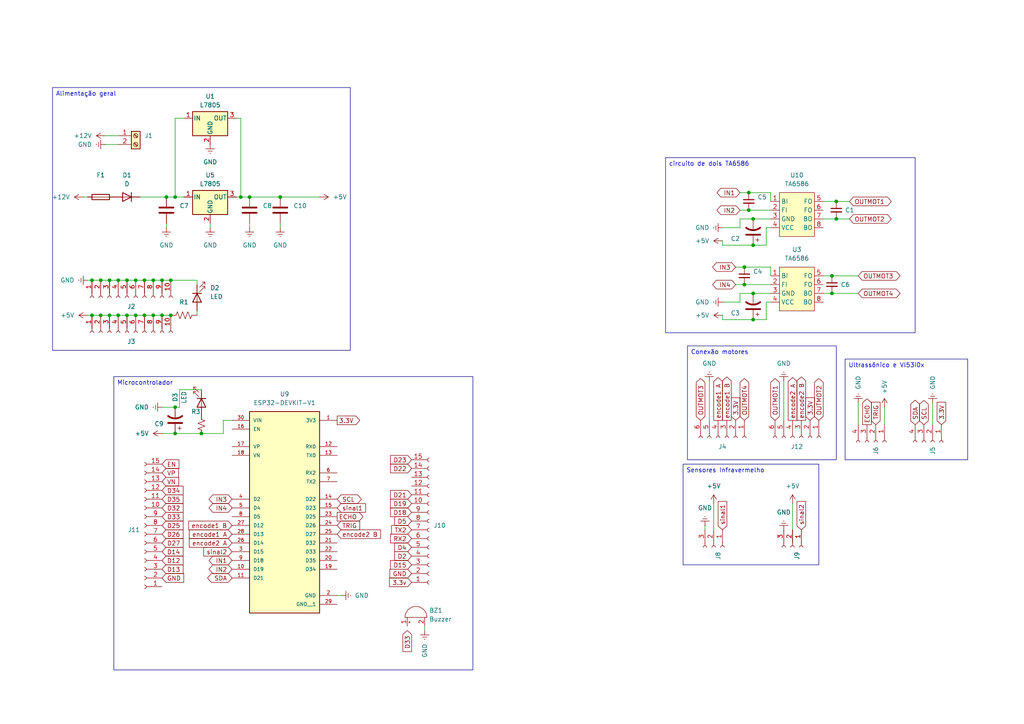
<source format=kicad_sch>
(kicad_sch (version 20231120) (generator "eeschema") (generator_version "8.0")
  (paper "A4")
  (lib_symbols
    (symbol "Connector:Conn_01x03_Socket" (pin_names (offset 1.016) hide)
      (property "Reference" "J" (at 0 5.08 0))
      (property "Value" "Conn_01x03_Socket" (at 0 -5.08 0))
      (symbol "Conn_01x03_Socket_1_1"
        (pin passive line (at -5.08 2.54 0) (length 3.81) (name "Pin_1") (number "1"))
        (pin passive line (at -5.08 0 0) (length 3.81) (name "Pin_2") (number "2"))
        (pin passive line (at -5.08 -2.54 0) (length 3.81) (name "Pin_3") (number "3"))
      )
    )
    (symbol "Connector:Conn_01x04_Socket" (pin_names (offset 1.016) hide)
      (property "Reference" "J" (at 0 5.08 0))
      (property "Value" "Conn_01x04_Socket" (at 0 -7.62 0))
      (symbol "Conn_01x04_Socket_1_1"
        (pin passive line (at -5.08 2.54 0) (length 3.81) (name "Pin_1") (number "1"))
        (pin passive line (at -5.08 0 0) (length 3.81) (name "Pin_2") (number "2"))
        (pin passive line (at -5.08 -2.54 0) (length 3.81) (name "Pin_3") (number "3"))
        (pin passive line (at -5.08 -5.08 0) (length 3.81) (name "Pin_4") (number "4"))
      )
    )
    (symbol "Connector:Conn_01x06_Socket" (pin_names (offset 1.016) hide)
      (property "Reference" "J" (at 0 7.62 0))
      (property "Value" "Conn_01x06_Socket" (at 0 -10.16 0))
      (symbol "Conn_01x06_Socket_1_1"
        (pin passive line (at -5.08 5.08 0) (length 3.81) (name "Pin_1") (number "1"))
        (pin passive line (at -5.08 2.54 0) (length 3.81) (name "Pin_2") (number "2"))
        (pin passive line (at -5.08 0 0) (length 3.81) (name "Pin_3") (number "3"))
        (pin passive line (at -5.08 -2.54 0) (length 3.81) (name "Pin_4") (number "4"))
        (pin passive line (at -5.08 -5.08 0) (length 3.81) (name "Pin_5") (number "5"))
        (pin passive line (at -5.08 -7.62 0) (length 3.81) (name "Pin_6") (number "6"))
      )
    )
    (symbol "Connector:Conn_01x10_Socket" (pin_names (offset 1.016) hide)
      (property "Reference" "J" (at 0 12.7 0))
      (property "Value" "Conn_01x10_Socket" (at 0 -15.24 0))
      (symbol "Conn_01x10_Socket_1_1"
        (pin passive line (at -5.08 10.16 0) (length 3.81) (name "Pin_1") (number "1"))
        (pin passive line (at -5.08 -12.7 0) (length 3.81) (name "Pin_10") (number "10"))
        (pin passive line (at -5.08 7.62 0) (length 3.81) (name "Pin_2") (number "2"))
        (pin passive line (at -5.08 5.08 0) (length 3.81) (name "Pin_3") (number "3"))
        (pin passive line (at -5.08 2.54 0) (length 3.81) (name "Pin_4") (number "4"))
        (pin passive line (at -5.08 0 0) (length 3.81) (name "Pin_5") (number "5"))
        (pin passive line (at -5.08 -2.54 0) (length 3.81) (name "Pin_6") (number "6"))
        (pin passive line (at -5.08 -5.08 0) (length 3.81) (name "Pin_7") (number "7"))
        (pin passive line (at -5.08 -7.62 0) (length 3.81) (name "Pin_8") (number "8"))
        (pin passive line (at -5.08 -10.16 0) (length 3.81) (name "Pin_9") (number "9"))
      )
    )
    (symbol "Connector:Conn_01x15_Socket" (pin_names (offset 1.016) hide)
      (property "Reference" "J" (at 0 20.32 0))
      (property "Value" "Conn_01x15_Socket" (at 0 -20.32 0))
      (symbol "Conn_01x15_Socket_1_1"
        (pin passive line (at -5.08 17.78 0) (length 3.81) (name "Pin_1") (number "1"))
        (pin passive line (at -5.08 -5.08 0) (length 3.81) (name "Pin_10") (number "10"))
        (pin passive line (at -5.08 -7.62 0) (length 3.81) (name "Pin_11") (number "11"))
        (pin passive line (at -5.08 -10.16 0) (length 3.81) (name "Pin_12") (number "12"))
        (pin passive line (at -5.08 -12.7 0) (length 3.81) (name "Pin_13") (number "13"))
        (pin passive line (at -5.08 -15.24 0) (length 3.81) (name "Pin_14") (number "14"))
        (pin passive line (at -5.08 -17.78 0) (length 3.81) (name "Pin_15") (number "15"))
        (pin passive line (at -5.08 15.24 0) (length 3.81) (name "Pin_2") (number "2"))
        (pin passive line (at -5.08 12.7 0) (length 3.81) (name "Pin_3") (number "3"))
        (pin passive line (at -5.08 10.16 0) (length 3.81) (name "Pin_4") (number "4"))
        (pin passive line (at -5.08 7.62 0) (length 3.81) (name "Pin_5") (number "5"))
        (pin passive line (at -5.08 5.08 0) (length 3.81) (name "Pin_6") (number "6"))
        (pin passive line (at -5.08 2.54 0) (length 3.81) (name "Pin_7") (number "7"))
        (pin passive line (at -5.08 0 0) (length 3.81) (name "Pin_8") (number "8"))
        (pin passive line (at -5.08 -2.54 0) (length 3.81) (name "Pin_9") (number "9"))
      )
    )
    (symbol "Connector:Screw_Terminal_01x02" (pin_names (offset 1.016) hide)
      (property "Reference" "J" (at 0 2.54 0))
      (property "Value" "Screw_Terminal_01x02" (at 0 -5.08 0))
      (symbol "Screw_Terminal_01x02_1_1"
        (pin passive line (at -5.08 0 0) (length 3.81) (name "Pin_1") (number "1"))
        (pin passive line (at -5.08 -2.54 0) (length 3.81) (name "Pin_2") (number "2"))
      )
    )
    (symbol "CreatedSymbols:TA6586_Motor_Driver"
      (property "Reference" "U" (at 0 0 0))
      (property "Value" "TA6586" (at 0 0 0))
      (symbol "TA6586_Motor_Driver_1_1"
        (pin input line (at -8.89 -5.08 0) (length 2.54) (name "BI") (number "1"))
        (pin input line (at -8.89 -7.62 0) (length 2.54) (name "FI") (number "2"))
        (pin power_in line (at -8.89 -10.16 0) (length 2.54) (name "GND") (number "3"))
        (pin power_in line (at -8.89 -12.7 0) (length 2.54) (name "VCC") (number "4"))
        (pin output line (at 6.35 -5.08 180) (length 2.54) (name "FO") (number "5"))
        (pin output line (at 6.35 -7.62 180) (length 2.54) (name "FO") (number "6"))
        (pin output line (at 6.35 -10.16 180) (length 2.54) (name "BO") (number "7"))
        (pin output line (at 6.35 -12.7 180) (length 2.54) (name "BO") (number "8"))
      )
    )
    (symbol "Device:Buzzer" (pin_names (offset 0.0254) hide)
      (property "Reference" "BZ" (at 3.81 1.27 0))
      (property "Value" "Buzzer" (at 3.81 -1.27 0))
      (symbol "Buzzer_1_1"
        (pin passive line (at -2.54 2.54 0) (length 2.54) (name "+") (number "1"))
        (pin passive line (at -2.54 -2.54 0) (length 2.54) (name "-") (number "2"))
      )
    )
    (symbol "Device:C" (pin_numbers hide) (pin_names (offset 0.254))
      (property "Reference" "C" (at 0.635 2.54 0))
      (property "Value" "C" (at 0.635 -2.54 0))
      (symbol "C_1_1"
        (pin passive line (at 0 3.81 270) (length 2.794) (name "~") (number "1"))
        (pin passive line (at 0 -3.81 90) (length 2.794) (name "~") (number "2"))
      )
    )
    (symbol "Device:C_Polarized_US" (pin_numbers hide) (pin_names (offset 0.254) hide)
      (property "Reference" "C" (at 0.635 2.54 0))
      (property "Value" "C_Polarized_US" (at 0.635 -2.54 0))
      (symbol "C_Polarized_US_1_1"
        (pin passive line (at 0 3.81 270) (length 2.794) (name "~") (number "1"))
        (pin passive line (at 0 -3.81 90) (length 3.302) (name "~") (number "2"))
      )
    )
    (symbol "Device:C_Small" (pin_numbers hide) (pin_names (offset 0.254) hide)
      (property "Reference" "C" (at 0.254 1.778 0))
      (property "Value" "C_Small" (at 0.254 -2.032 0))
      (symbol "C_Small_1_1"
        (pin passive line (at 0 2.54 270) (length 2.032) (name "~") (number "1"))
        (pin passive line (at 0 -2.54 90) (length 2.032) (name "~") (number "2"))
      )
    )
    (symbol "Device:D" (pin_numbers hide) (pin_names (offset 1.016) hide)
      (property "Reference" "D" (at 0 2.54 0))
      (property "Value" "D" (at 0 -2.54 0))
      (symbol "D_1_1"
        (pin passive line (at -3.81 0 0) (length 2.54) (name "K") (number "1"))
        (pin passive line (at 3.81 0 180) (length 2.54) (name "A") (number "2"))
      )
    )
    (symbol "Device:Fuse" (pin_numbers hide) (pin_names (offset 0))
      (property "Reference" "F" (at 2.032 0 90))
      (property "Value" "Fuse" (at -1.905 0 90))
      (symbol "Fuse_1_1"
        (pin passive line (at 0 3.81 270) (length 1.27) (name "~") (number "1"))
        (pin passive line (at 0 -3.81 90) (length 1.27) (name "~") (number "2"))
      )
    )
    (symbol "Device:LED" (pin_numbers hide) (pin_names (offset 1.016) hide)
      (property "Reference" "D" (at 0 2.54 0))
      (property "Value" "LED" (at 0 -2.54 0))
      (symbol "LED_1_1"
        (pin passive line (at -3.81 0 0) (length 2.54) (name "K") (number "1"))
        (pin passive line (at 3.81 0 180) (length 2.54) (name "A") (number "2"))
      )
    )
    (symbol "Device:R_Small_US" (pin_numbers hide) (pin_names (offset 0.254) hide)
      (property "Reference" "R" (at 0.762 0.508 0))
      (property "Value" "R_Small_US" (at 0.762 -1.016 0))
      (symbol "R_Small_US_1_1"
        (pin passive line (at 0 2.54 270) (length 1.016) (name "~") (number "1"))
        (pin passive line (at 0 -2.54 90) (length 1.016) (name "~") (number "2"))
      )
    )
    (symbol "Device:R_US" (pin_numbers hide) (pin_names (offset 0))
      (property "Reference" "R" (at 2.54 0 90))
      (property "Value" "R_US" (at -2.54 0 90))
      (symbol "R_US_1_1"
        (pin passive line (at 0 3.81 270) (length 1.27) (name "~") (number "1"))
        (pin passive line (at 0 -3.81 90) (length 1.27) (name "~") (number "2"))
      )
    )
    (symbol "ESP32-DEVKIT-V1:ESP32-DEVKIT-V1" (pin_names (offset 1.016))
      (property "Reference" "U" (at -10.16 30.48 0))
      (property "Value" "ESP32-DEVKIT-V1" (at -10.16 -33.02 0))
      (symbol "ESP32-DEVKIT-V1_0_0"
        (pin output line (at 15.24 25.4 180) (length 5.08) (name "3V3") (number "1"))
        (pin bidirectional line (at -15.24 -17.78 0) (length 5.08) (name "D19") (number "10"))
        (pin bidirectional line (at -15.24 -20.32 0) (length 5.08) (name "D21") (number "11"))
        (pin input line (at 15.24 17.78 180) (length 5.08) (name "RX0") (number "12"))
        (pin output line (at 15.24 15.24 180) (length 5.08) (name "TX0") (number "13"))
        (pin bidirectional line (at 15.24 2.54 180) (length 5.08) (name "D22") (number "14"))
        (pin bidirectional line (at 15.24 0 180) (length 5.08) (name "D23") (number "15"))
        (pin input line (at -15.24 22.86 0) (length 5.08) (name "EN") (number "16"))
        (pin bidirectional line (at -15.24 17.78 0) (length 5.08) (name "VP") (number "17"))
        (pin bidirectional line (at -15.24 15.24 0) (length 5.08) (name "VN") (number "18"))
        (pin bidirectional line (at 15.24 -17.78 180) (length 5.08) (name "D34") (number "19"))
        (pin power_in line (at 15.24 -25.4 180) (length 5.08) (name "GND") (number "2"))
        (pin bidirectional line (at 15.24 -15.24 180) (length 5.08) (name "D35") (number "20"))
        (pin bidirectional line (at 15.24 -10.16 180) (length 5.08) (name "D32") (number "21"))
        (pin bidirectional line (at 15.24 -12.7 180) (length 5.08) (name "D33") (number "22"))
        (pin bidirectional line (at 15.24 -2.54 180) (length 5.08) (name "D25") (number "23"))
        (pin bidirectional line (at 15.24 -5.08 180) (length 5.08) (name "D26") (number "24"))
        (pin bidirectional line (at 15.24 -7.62 180) (length 5.08) (name "D27") (number "25"))
        (pin bidirectional line (at -15.24 -10.16 0) (length 5.08) (name "D14") (number "26"))
        (pin bidirectional line (at -15.24 -5.08 0) (length 5.08) (name "D12") (number "27"))
        (pin bidirectional line (at -15.24 -7.62 0) (length 5.08) (name "D13") (number "28"))
        (pin power_in line (at 15.24 -27.94 180) (length 5.08) (name "GND__1") (number "29"))
        (pin bidirectional line (at -15.24 -12.7 0) (length 5.08) (name "D15") (number "3"))
        (pin input line (at -15.24 25.4 0) (length 5.08) (name "VIN") (number "30"))
        (pin bidirectional line (at -15.24 2.54 0) (length 5.08) (name "D2") (number "4"))
        (pin bidirectional line (at -15.24 0 0) (length 5.08) (name "D4") (number "5"))
        (pin input line (at 15.24 10.16 180) (length 5.08) (name "RX2") (number "6"))
        (pin output line (at 15.24 7.62 180) (length 5.08) (name "TX2") (number "7"))
        (pin bidirectional line (at -15.24 -2.54 0) (length 5.08) (name "D5") (number "8"))
        (pin bidirectional line (at -15.24 -15.24 0) (length 5.08) (name "D18") (number "9"))
      )
    )
    (symbol "Regulator_Linear:L7805" (pin_names (offset 0.254))
      (property "Reference" "U" (at -3.81 3.175 0))
      (property "Value" "L7805" (at 0 3.175 0))
      (symbol "L7805_1_1"
        (pin power_in line (at -7.62 0 0) (length 2.54) (name "IN") (number "1"))
        (pin power_in line (at 0 -7.62 90) (length 2.54) (name "GND") (number "2"))
        (pin power_out line (at 7.62 0 180) (length 2.54) (name "OUT") (number "3"))
      )
    )
    (symbol "power:+12V" (power) (pin_numbers hide) (pin_names (offset 0) hide)
      (property "Value" "+12V" (at 0 3.556 0))
      (symbol "+12V_1_1"
        (pin power_in line (at 0 0 90) (length 0) (name "~") (number "1"))
      )
    )
    (symbol "power:+5V" (power) (pin_numbers hide) (pin_names (offset 0) hide)
      (property "Value" "+5V" (at 0 3.556 0))
      (symbol "+5V_1_1"
        (pin power_in line (at 0 0 90) (length 0) (name "~") (number "1"))
      )
    )
    (symbol "power:GNDREF" (power) (pin_numbers hide) (pin_names (offset 0) hide)
      (property "Value" "GNDREF" (at 0 -3.81 0))
      (symbol "GNDREF_1_1"
        (pin power_in line (at 0 0 270) (length 0) (name "~") (number "1"))
      )
    )
  )
  (junction (at 218.44 85.09))
  (junction (at 26.67 81.28))
  (junction (at 242.57 58.42))
  (junction (at 49.53 81.28))
  (junction (at 241.3 80.01))
  (junction (at 36.83 81.28))
  (junction (at 34.29 91.44))
  (junction (at 41.91 81.28))
  (junction (at 72.39 57.15))
  (junction (at 48.26 57.15))
  (junction (at 31.75 91.44))
  (junction (at 26.67 91.44))
  (junction (at 58.42 125.73))
  (junction (at 46.99 91.44))
  (junction (at 29.21 81.28))
  (junction (at 50.8 57.15))
  (junction (at 215.9 82.55))
  (junction (at 218.44 92.71))
  (junction (at 81.28 57.15))
  (junction (at 44.45 91.44))
  (junction (at 50.8 125.73))
  (junction (at 34.29 81.28))
  (junction (at 39.37 91.44))
  (junction (at 41.91 91.44))
  (junction (at 50.8 118.11))
  (junction (at 69.85 57.15))
  (junction (at 242.57 63.5))
  (junction (at 46.99 81.28))
  (junction (at 39.37 81.28))
  (junction (at 31.75 81.28))
  (junction (at 36.83 91.44))
  (junction (at 218.44 63.5))
  (junction (at 49.53 91.44))
  (junction (at 215.9 77.47))
  (junction (at 217.17 55.88))
  (junction (at 241.3 85.09))
  (junction (at 29.21 91.44))
  (junction (at 218.44 71.12))
  (junction (at 217.17 60.96))
  (junction (at 44.45 81.28))
  (wire (pts (xy 215.9 82.55) (xy 223.52 82.55)))
  (wire (pts (xy 241.3 80.01) (xy 248.92 80.01)))
  (wire (pts (xy 64.77 121.92) (xy 67.31 121.92)))
  (wire (pts (xy 58.42 113.03) (xy 52.07 113.03)))
  (wire (pts (xy 242.57 58.42) (xy 238.76 58.42)))
  (wire (pts (xy 46.99 81.28) (xy 44.45 81.28)))
  (wire (pts (xy 214.63 87.63) (xy 214.63 85.09)))
  (wire (pts (xy 46.99 125.73) (xy 50.8 125.73)))
  (wire (pts (xy 204.47 152.4) (xy 204.47 153.67)))
  (wire (pts (xy 40.64 57.15) (xy 48.26 57.15)))
  (wire (pts (xy 81.28 57.15) (xy 92.71 57.15)))
  (wire (pts (xy 48.26 66.04) (xy 48.26 64.77)))
  (wire (pts (xy 31.75 81.28) (xy 29.21 81.28)))
  (wire (pts (xy 229.87 146.05) (xy 229.87 153.67)))
  (wire (pts (xy 69.85 57.15) (xy 72.39 57.15)))
  (wire (pts (xy 25.4 91.44) (xy 26.67 91.44)))
  (wire (pts (xy 242.57 58.42) (xy 246.38 58.42)))
  (wire (pts (xy 248.92 116.84) (xy 248.92 123.19)))
  (wire (pts (xy 222.25 87.63) (xy 223.52 87.63)))
  (wire (pts (xy 29.21 81.28) (xy 26.67 81.28)))
  (wire (pts (xy 46.99 118.11) (xy 50.8 118.11)))
  (wire (pts (xy 209.55 92.71) (xy 209.55 91.44)))
  (wire (pts (xy 213.36 82.55) (xy 215.9 82.55)))
  (wire (pts (xy 241.3 85.09) (xy 248.92 85.09)))
  (wire (pts (xy 218.44 63.5) (xy 223.52 63.5)))
  (wire (pts (xy 48.26 57.15) (xy 50.8 57.15)))
  (wire (pts (xy 41.91 91.44) (xy 44.45 91.44)))
  (wire (pts (xy 36.83 91.44) (xy 39.37 91.44)))
  (wire (pts (xy 213.36 77.47) (xy 215.9 77.47)))
  (wire (pts (xy 218.44 85.09) (xy 223.52 85.09)))
  (wire (pts (xy 238.76 85.09) (xy 241.3 85.09)))
  (wire (pts (xy 99.06 172.72) (xy 97.79 172.72)))
  (wire (pts (xy 46.99 91.44) (xy 49.53 91.44)))
  (wire (pts (xy 68.58 57.15) (xy 69.85 57.15)))
  (wire (pts (xy 214.63 60.96) (xy 217.17 60.96)))
  (wire (pts (xy 50.8 125.73) (xy 58.42 125.73)))
  (wire (pts (xy 223.52 77.47) (xy 223.52 80.01)))
  (wire (pts (xy 50.8 57.15) (xy 53.34 57.15)))
  (wire (pts (xy 57.15 91.44) (xy 57.15 90.17)))
  (wire (pts (xy 217.17 60.96) (xy 223.52 60.96)))
  (wire (pts (xy 214.63 66.04) (xy 214.63 63.5)))
  (wire (pts (xy 223.52 55.88) (xy 223.52 58.42)))
  (wire (pts (xy 26.67 91.44) (xy 29.21 91.44)))
  (wire (pts (xy 123.19 182.88) (xy 123.19 181.61)))
  (wire (pts (xy 205.74 110.49) (xy 205.74 121.92)))
  (wire (pts (xy 81.28 64.77) (xy 81.28 66.04)))
  (wire (pts (xy 214.63 85.09) (xy 218.44 85.09)))
  (wire (pts (xy 50.8 57.15) (xy 50.8 34.29)))
  (wire (pts (xy 222.25 87.63) (xy 222.25 92.71)))
  (wire (pts (xy 39.37 81.28) (xy 36.83 81.28)))
  (wire (pts (xy 52.07 118.11) (xy 52.07 113.03)))
  (wire (pts (xy 246.38 63.5) (xy 242.57 63.5)))
  (wire (pts (xy 218.44 92.71) (xy 222.25 92.71)))
  (wire (pts (xy 50.8 34.29) (xy 53.34 34.29)))
  (wire (pts (xy 215.9 77.47) (xy 223.52 77.47)))
  (wire (pts (xy 207.01 146.05) (xy 207.01 153.67)))
  (wire (pts (xy 29.21 91.44) (xy 31.75 91.44)))
  (wire (pts (xy 209.55 66.04) (xy 214.63 66.04)))
  (wire (pts (xy 60.96 66.04) (xy 60.96 64.77)))
  (wire (pts (xy 72.39 64.77) (xy 72.39 66.04)))
  (wire (pts (xy 217.17 55.88) (xy 223.52 55.88)))
  (wire (pts (xy 209.55 71.12) (xy 209.55 69.85)))
  (wire (pts (xy 52.07 118.11) (xy 50.8 118.11)))
  (wire (pts (xy 209.55 71.12) (xy 218.44 71.12)))
  (wire (pts (xy 25.4 57.15) (xy 24.13 57.15)))
  (wire (pts (xy 44.45 81.28) (xy 41.91 81.28)))
  (wire (pts (xy 31.75 91.44) (xy 34.29 91.44)))
  (wire (pts (xy 41.91 81.28) (xy 39.37 81.28)))
  (wire (pts (xy 69.85 34.29) (xy 68.58 34.29)))
  (wire (pts (xy 34.29 91.44) (xy 36.83 91.44)))
  (wire (pts (xy 222.25 66.04) (xy 222.25 71.12)))
  (wire (pts (xy 214.63 63.5) (xy 218.44 63.5)))
  (wire (pts (xy 30.48 41.91) (xy 34.29 41.91)))
  (wire (pts (xy 64.77 125.73) (xy 64.77 121.92)))
  (wire (pts (xy 72.39 57.15) (xy 81.28 57.15)))
  (wire (pts (xy 49.53 81.28) (xy 46.99 81.28)))
  (wire (pts (xy 227.33 110.49) (xy 227.33 121.92)))
  (wire (pts (xy 214.63 55.88) (xy 217.17 55.88)))
  (wire (pts (xy 270.51 116.84) (xy 270.51 123.19)))
  (wire (pts (xy 57.15 82.55) (xy 57.15 81.28)))
  (wire (pts (xy 36.83 81.28) (xy 34.29 81.28)))
  (wire (pts (xy 222.25 66.04) (xy 223.52 66.04)))
  (wire (pts (xy 256.54 118.11) (xy 256.54 123.19)))
  (wire (pts (xy 30.48 39.37) (xy 34.29 39.37)))
  (wire (pts (xy 238.76 63.5) (xy 242.57 63.5)))
  (wire (pts (xy 57.15 81.28) (xy 49.53 81.28)))
  (wire (pts (xy 44.45 91.44) (xy 46.99 91.44)))
  (wire (pts (xy 39.37 91.44) (xy 41.91 91.44)))
  (wire (pts (xy 209.55 87.63) (xy 214.63 87.63)))
  (wire (pts (xy 25.4 81.28) (xy 26.67 81.28)))
  (wire (pts (xy 238.76 80.01) (xy 241.3 80.01)))
  (wire (pts (xy 34.29 81.28) (xy 31.75 81.28)))
  (wire (pts (xy 69.85 34.29) (xy 69.85 57.15)))
  (wire (pts (xy 218.44 71.12) (xy 222.25 71.12)))
  (wire (pts (xy 209.55 92.71) (xy 218.44 92.71)))
  (wire (pts (xy 58.42 125.73) (xy 64.77 125.73)))
  (text_box "Sensores Infravermelho" (at 198.12 134.62 0) (size 39.37 29.21) (stroke (width 0) (color 0 0 132 1)) (effects (font (size 1.27 1.27)) (justify left top)))
  (text_box "Ultrassônico e Vl53I0x" (at 245.11 104.14 0) (size 35.56 29.21) (stroke (width 0) (color 0 0 132 1)) (effects (font (size 1.27 1.27)) (justify left top)))
  (text_box "Microcontrolador" (at 33.02 109.22 0) (size 104.14 85.09) (stroke (width 0) (color 0 0 132 1)) (effects (font (size 1.27 1.27)) (justify left top)))
  (text_box "Alimentação geral" (at 15.24 25.4 0) (size 86.36 76.2) (stroke (width 0) (color 0 0 132 1)) (effects (font (size 1.27 1.27)) (justify left top)))
  (text_box "circuito de dois TA6586" (at 193.04 45.72 0) (size 72.39 50.8) (stroke (width 0) (color 0 0 132 1)) (effects (font (size 1.27 1.27)) (justify left top)))
  (text_box "Conexão motores" (at 199.39 100.33 0) (size 43.18 33.02) (stroke (width 0) (color 0 0 132 1)) (effects (font (size 1.27 1.27)) (justify left top)))
  (global_label "sinal2" (shape input) (at 67.31 160.02 180) (property "Intersheetrefs" "${INTERSHEET_REFS}" (effects (hide yes))))
  (global_label "OUTMOT4" (shape bidirectional) (at 248.92 85.09 0) (property "Intersheetrefs" "${INTERSHEET_REFS}" (effects (hide yes))))
  (global_label "IN3" (shape bidirectional) (at 213.36 77.47 180) (property "Intersheetrefs" "${INTERSHEET_REFS}" (effects (hide yes))))
  (global_label "D27" (shape input) (at 46.99 157.48 0) (property "Intersheetrefs" "${INTERSHEET_REFS}" (effects (hide yes))))
  (global_label "VP" (shape input) (at 46.99 137.16 0) (property "Intersheetrefs" "${INTERSHEET_REFS}" (effects (hide yes))))
  (global_label "OUTMOT3" (shape bidirectional) (at 248.92 80.01 0) (property "Intersheetrefs" "${INTERSHEET_REFS}" (effects (hide yes))))
  (global_label "D33" (shape input) (at 118.11 182.88 270) (property "Intersheetrefs" "${INTERSHEET_REFS}" (effects (hide yes))))
  (global_label "IN1" (shape bidirectional) (at 214.63 55.88 180) (property "Intersheetrefs" "${INTERSHEET_REFS}" (effects (hide yes))))
  (global_label "D12" (shape input) (at 46.99 162.56 0) (property "Intersheetrefs" "${INTERSHEET_REFS}" (effects (hide yes))))
  (global_label "SDA" (shape bidirectional) (at 265.43 123.19 90) (property "Intersheetrefs" "${INTERSHEET_REFS}" (effects (hide yes))))
  (global_label "OUTMOT1" (shape bidirectional) (at 246.38 58.42 0) (property "Intersheetrefs" "${INTERSHEET_REFS}" (effects (hide yes))))
  (global_label "OUTMOT2" (shape bidirectional) (at 237.49 121.92 90) (property "Intersheetrefs" "${INTERSHEET_REFS}" (effects (hide yes))))
  (global_label "D19" (shape input) (at 119.38 146.05 180) (property "Intersheetrefs" "${INTERSHEET_REFS}" (effects (hide yes))))
  (global_label "D2" (shape input) (at 119.38 161.29 180) (property "Intersheetrefs" "${INTERSHEET_REFS}" (effects (hide yes))))
  (global_label "TRIG" (shape input) (at 254 123.19 90) (property "Intersheetrefs" "${INTERSHEET_REFS}" (effects (hide yes))))
  (global_label "sinal2" (shape input) (at 232.41 153.67 90) (property "Intersheetrefs" "${INTERSHEET_REFS}" (effects (hide yes))))
  (global_label "encode1 A" (shape output) (at 208.28 121.92 90) (property "Intersheetrefs" "${INTERSHEET_REFS}" (effects (hide yes))))
  (global_label "GND" (shape input) (at 119.38 166.37 180) (property "Intersheetrefs" "${INTERSHEET_REFS}" (effects (hide yes))))
  (global_label "3.3V" (shape input) (at 213.36 121.92 90) (property "Intersheetrefs" "${INTERSHEET_REFS}" (effects (hide yes))))
  (global_label "TX2" (shape input) (at 119.38 153.67 180) (property "Intersheetrefs" "${INTERSHEET_REFS}" (effects (hide yes))))
  (global_label "RX2" (shape input) (at 119.38 156.21 180) (property "Intersheetrefs" "${INTERSHEET_REFS}" (effects (hide yes))))
  (global_label "encode2 B" (shape output) (at 232.41 121.92 90) (property "Intersheetrefs" "${INTERSHEET_REFS}" (effects (hide yes))))
  (global_label "IN3" (shape bidirectional) (at 67.31 144.78 180) (property "Intersheetrefs" "${INTERSHEET_REFS}" (effects (hide yes))))
  (global_label "encode1 B" (shape output) (at 210.82 121.92 90) (property "Intersheetrefs" "${INTERSHEET_REFS}" (effects (hide yes))))
  (global_label "D21" (shape input) (at 119.38 143.51 180) (property "Intersheetrefs" "${INTERSHEET_REFS}" (effects (hide yes))))
  (global_label "encode1 A" (shape input) (at 67.31 154.94 180) (property "Intersheetrefs" "${INTERSHEET_REFS}" (effects (hide yes))))
  (global_label "SCL" (shape bidirectional) (at 267.97 123.19 90) (property "Intersheetrefs" "${INTERSHEET_REFS}" (effects (hide yes))))
  (global_label "D34" (shape input) (at 46.99 142.24 0) (property "Intersheetrefs" "${INTERSHEET_REFS}" (effects (hide yes))))
  (global_label "3.3V" (shape input) (at 234.95 121.92 90) (property "Intersheetrefs" "${INTERSHEET_REFS}" (effects (hide yes))))
  (global_label "TRIG" (shape input) (at 97.79 152.4 0) (property "Intersheetrefs" "${INTERSHEET_REFS}" (effects (hide yes))))
  (global_label "encode1 B" (shape input) (at 67.31 152.4 180) (property "Intersheetrefs" "${INTERSHEET_REFS}" (effects (hide yes))))
  (global_label "OUTMOT2" (shape bidirectional) (at 246.38 63.5 0) (property "Intersheetrefs" "${INTERSHEET_REFS}" (effects (hide yes))))
  (global_label "D15" (shape input) (at 119.38 163.83 180) (property "Intersheetrefs" "${INTERSHEET_REFS}" (effects (hide yes))))
  (global_label "D32" (shape input) (at 46.99 147.32 0) (property "Intersheetrefs" "${INTERSHEET_REFS}" (effects (hide yes))))
  (global_label "3.3V" (shape output) (at 97.79 121.92 0) (property "Intersheetrefs" "${INTERSHEET_REFS}" (effects (hide yes))))
  (global_label "IN2" (shape bidirectional) (at 214.63 60.96 180) (property "Intersheetrefs" "${INTERSHEET_REFS}" (effects (hide yes))))
  (global_label "OUTMOT4" (shape bidirectional) (at 215.9 121.92 90) (property "Intersheetrefs" "${INTERSHEET_REFS}" (effects (hide yes))))
  (global_label "encode2 A" (shape output) (at 229.87 121.92 90) (property "Intersheetrefs" "${INTERSHEET_REFS}" (effects (hide yes))))
  (global_label "D4" (shape input) (at 119.38 158.75 180) (property "Intersheetrefs" "${INTERSHEET_REFS}" (effects (hide yes))))
  (global_label "D14" (shape input) (at 46.99 160.02 0) (property "Intersheetrefs" "${INTERSHEET_REFS}" (effects (hide yes))))
  (global_label "IN4" (shape bidirectional) (at 67.31 147.32 180) (property "Intersheetrefs" "${INTERSHEET_REFS}" (effects (hide yes))))
  (global_label "ECHO" (shape output) (at 251.46 123.19 90) (property "Intersheetrefs" "${INTERSHEET_REFS}" (effects (hide yes))))
  (global_label "D5" (shape input) (at 119.38 151.13 180) (property "Intersheetrefs" "${INTERSHEET_REFS}" (effects (hide yes))))
  (global_label "D13" (shape input) (at 46.99 165.1 0) (property "Intersheetrefs" "${INTERSHEET_REFS}" (effects (hide yes))))
  (global_label "3.3v" (shape input) (at 119.38 168.91 180) (property "Intersheetrefs" "${INTERSHEET_REFS}" (effects (hide yes))))
  (global_label "SDA" (shape bidirectional) (at 67.31 167.64 180) (property "Intersheetrefs" "${INTERSHEET_REFS}" (effects (hide yes))))
  (global_label "SCL" (shape bidirectional) (at 97.79 144.78 0) (property "Intersheetrefs" "${INTERSHEET_REFS}" (effects (hide yes))))
  (global_label "IN4" (shape bidirectional) (at 213.36 82.55 180) (property "Intersheetrefs" "${INTERSHEET_REFS}" (effects (hide yes))))
  (global_label "D26" (shape input) (at 46.99 154.94 0) (property "Intersheetrefs" "${INTERSHEET_REFS}" (effects (hide yes))))
  (global_label "D35" (shape input) (at 46.99 144.78 0) (property "Intersheetrefs" "${INTERSHEET_REFS}" (effects (hide yes))))
  (global_label "sinal1" (shape input) (at 209.55 153.67 90) (property "Intersheetrefs" "${INTERSHEET_REFS}" (effects (hide yes))))
  (global_label "OUTMOT3" (shape bidirectional) (at 203.2 121.92 90) (property "Intersheetrefs" "${INTERSHEET_REFS}" (effects (hide yes))))
  (global_label "D18" (shape input) (at 119.38 148.59 180) (property "Intersheetrefs" "${INTERSHEET_REFS}" (effects (hide yes))))
  (global_label "EN" (shape input) (at 46.99 134.62 0) (property "Intersheetrefs" "${INTERSHEET_REFS}" (effects (hide yes))))
  (global_label "D23" (shape input) (at 119.38 133.35 180) (property "Intersheetrefs" "${INTERSHEET_REFS}" (effects (hide yes))))
  (global_label "ECHO" (shape output) (at 97.79 149.86 0) (property "Intersheetrefs" "${INTERSHEET_REFS}" (effects (hide yes))))
  (global_label "D33" (shape input) (at 46.99 149.86 0) (property "Intersheetrefs" "${INTERSHEET_REFS}" (effects (hide yes))))
  (global_label "VN" (shape input) (at 46.99 139.7 0) (property "Intersheetrefs" "${INTERSHEET_REFS}" (effects (hide yes))))
  (global_label "GND" (shape input) (at 46.99 167.64 0) (property "Intersheetrefs" "${INTERSHEET_REFS}" (effects (hide yes))))
  (global_label "D25" (shape input) (at 46.99 152.4 0) (property "Intersheetrefs" "${INTERSHEET_REFS}" (effects (hide yes))))
  (global_label "encode2 A" (shape input) (at 67.31 157.48 180) (property "Intersheetrefs" "${INTERSHEET_REFS}" (effects (hide yes))))
  (global_label "encode2 B" (shape input) (at 97.79 154.94 0) (property "Intersheetrefs" "${INTERSHEET_REFS}" (effects (hide yes))))
  (global_label "IN2" (shape bidirectional) (at 67.31 165.1 180) (property "Intersheetrefs" "${INTERSHEET_REFS}" (effects (hide yes))))
  (global_label "3.3V" (shape input) (at 273.05 123.19 90) (property "Intersheetrefs" "${INTERSHEET_REFS}" (effects (hide yes))))
  (global_label "D22" (shape input) (at 119.38 135.89 180) (property "Intersheetrefs" "${INTERSHEET_REFS}" (effects (hide yes))))
  (global_label "OUTMOT1" (shape bidirectional) (at 224.79 121.92 90) (property "Intersheetrefs" "${INTERSHEET_REFS}" (effects (hide yes))))
  (global_label "sinal1" (shape input) (at 97.79 147.32 0) (property "Intersheetrefs" "${INTERSHEET_REFS}" (effects (hide yes))))
  (global_label "IN1" (shape bidirectional) (at 67.31 162.56 180) (property "Intersheetrefs" "${INTERSHEET_REFS}" (effects (hide yes))))
  (symbol (lib_id "power:GNDREF") (at 60.96 41.91 0) (mirror y) (unit 1)
    (property "Reference" "#PWR09" (effects (hide yes)))
    (property "Value" "GND" (at 60.96 46.99 0))
    (property "Description" "Power symbol creates a global label with name \"GNDREF\" , reference supply ground" (effects (hide yes)))
  )
  (symbol (lib_id "Device:C_Small") (at 215.9 80.01 0) (unit 1)
    (property "Reference" "C4" (at 218.44 78.7462 0) (effects (justify left)))
    (property "Value" "C_Small" (effects (hide yes)))
    (property "Description" "Unpolarized capacitor, small symbol" (effects (hide yes)))
  )
  (symbol (lib_id "power:GNDREF") (at 25.4 81.28 270) (mirror x) (unit 1)
    (property "Reference" "#PWR014" (effects (hide yes)))
    (property "Value" "GND" (at 21.59 81.2799 90) (effects (justify right)))
    (property "Description" "Power symbol creates a global label with name \"GNDREF\" , reference supply ground" (effects (hide yes)))
  )
  (symbol (lib_id "Device:C_Polarized_US") (at 218.44 88.9 180) (unit 1)
    (property "Reference" "C3" (at 214.63 90.8051 0) (effects (justify left)))
    (property "Value" "100µF" (effects (hide yes)))
    (property "Footprint" "Capacitor_THT:CP_Radial_D8.0mm_P3.50mm" (effects (hide yes)))
    (property "Description" "Polarized capacitor, US symbol" (effects (hide yes)))
  )
  (symbol (lib_id "power:+5V") (at 25.4 91.44 90) (unit 1)
    (property "Reference" "#PWR02" (effects (hide yes)))
    (property "Value" "+5V" (at 21.59 91.4399 90) (effects (justify left)))
    (property "Description" "Power symbol creates a global label with name \"+5V\"" (effects (hide yes)))
  )
  (symbol (lib_id "Device:C") (at 48.26 60.96 0) (unit 1)
    (property "Reference" "C7" (at 52.07 59.6899 0) (effects (justify left)))
    (property "Value" "0.33µF" (effects (hide yes)))
    (property "Footprint" "Capacitor_THT:C_Radial_D6.3mm_H5.0mm_P2.50mm" (effects (hide yes)))
    (property "Description" "Unpolarized capacitor" (effects (hide yes)))
  )
  (symbol (lib_id "Connector:Conn_01x06_Socket") (at 232.41 127 270) (unit 1)
    (property "Reference" "J12" (at 231.14 129.54 90))
    (property "Value" "Conn_01x06_Socket" (effects (hide yes)))
    (property "Footprint" "Connector_PinHeader_2.54mm:PinHeader_1x06_P2.54mm_Vertical" (effects (hide yes)))
    (property "Description" "Generic connector, single row, 01x06, script generated" (effects (hide yes)))
  )
  (symbol (lib_id "power:GNDREF") (at 248.92 116.84 180) (unit 1)
    (property "Reference" "#PWR021" (effects (hide yes)))
    (property "Value" "GND" (at 248.9201 113.03 90) (effects (justify right)))
    (property "Description" "Power symbol creates a global label with name \"GNDREF\" , reference supply ground" (effects (hide yes)))
  )
  (symbol (lib_id "power:GNDREF") (at 205.74 110.49 180) (unit 1)
    (property "Reference" "#PWR01" (effects (hide yes)))
    (property "Value" "GND" (at 205.74 105.41 0))
    (property "Description" "Power symbol creates a global label with name \"GNDREF\" , reference supply ground" (effects (hide yes)))
  )
  (symbol (lib_id "power:+12V") (at 24.13 57.15 90) (unit 1)
    (property "Reference" "#PWR07" (effects (hide yes)))
    (property "Value" "+12V" (at 20.32 57.1499 90) (effects (justify left)))
    (property "Description" "Power symbol creates a global label with name \"+12V\"" (effects (hide yes)))
  )
  (symbol (lib_id "power:GNDREF") (at 72.39 66.04 0) (unit 1)
    (property "Reference" "#PWR016" (effects (hide yes)))
    (property "Value" "GND" (at 72.39 71.12 0))
    (property "Description" "Power symbol creates a global label with name \"GNDREF\" , reference supply ground" (effects (hide yes)))
  )
  (symbol (lib_id "power:GNDREF") (at 209.55 66.04 270) (unit 1)
    (property "Reference" "#PWR010" (effects (hide yes)))
    (property "Value" "GND" (at 205.74 66.0399 90) (effects (justify right)))
    (property "Description" "Power symbol creates a global label with name \"GNDREF\" , reference supply ground" (effects (hide yes)))
  )
  (symbol (lib_id "Connector:Conn_01x03_Socket") (at 229.87 158.75 270) (unit 1)
    (property "Reference" "J9" (at 231.1401 160.02 0) (effects (justify left)))
    (property "Value" "Conn_01x03_Socket" (effects (hide yes)))
    (property "Footprint" "Connector_PinHeader_2.54mm:PinHeader_1x03_P2.54mm_Vertical" (effects (hide yes)))
    (property "Description" "Generic connector, single row, 01x03, script generated" (effects (hide yes)))
  )
  (symbol (lib_id "power:GNDREF") (at 60.96 66.04 0) (unit 1)
    (property "Reference" "#PWR015" (effects (hide yes)))
    (property "Value" "GND" (at 60.96 71.12 0))
    (property "Description" "Power symbol creates a global label with name \"GNDREF\" , reference supply ground" (effects (hide yes)))
  )
  (symbol (lib_id "power:GNDREF") (at 81.28 66.04 0) (unit 1)
    (property "Reference" "#PWR017" (effects (hide yes)))
    (property "Value" "GND" (at 81.28 71.12 0))
    (property "Description" "Power symbol creates a global label with name \"GNDREF\" , reference supply ground" (effects (hide yes)))
  )
  (symbol (lib_id "Regulator_Linear:L7805") (at 60.96 34.29 0) (unit 1)
    (property "Reference" "U1" (at 60.96 27.94 0))
    (property "Value" "L7805" (at 60.96 30.48 0))
    (property "Footprint" "Package_TO_SOT_THT:TO-220-3_Horizontal_TabDown" (effects (hide yes)))
    (property "Datasheet" "http://www.st.com/content/ccc/resource/technical/document/datasheet/41/4f/b3/b0/12/d4/47/88/CD00000444.pdf/files/CD00000444.pdf/jcr:content/translations/en.CD00000444.pdf" (effects (hide yes)))
    (property "Description" "Positive 1.5A 35V Linear Regulator, Fixed Output 5V, TO-220/TO-263/TO-252" (effects (hide yes)))
  )
  (symbol (lib_id "power:GNDREF") (at 123.19 182.88 0) (mirror y) (unit 1)
    (property "Reference" "#PWR028" (effects (hide yes)))
    (property "Value" "GND" (at 123.1901 186.69 90) (effects (justify right)))
    (property "Description" "Power symbol creates a global label with name \"GNDREF\" , reference supply ground" (effects (hide yes)))
  )
  (symbol (lib_id "power:+5V") (at 209.55 69.85 90) (unit 1)
    (property "Reference" "#PWR011" (effects (hide yes)))
    (property "Value" "+5V" (at 205.74 69.8499 90) (effects (justify left)))
    (property "Description" "Power symbol creates a global label with name \"+5V\"" (effects (hide yes)))
  )
  (symbol (lib_id "power:+5V") (at 229.87 146.05 0) (unit 1)
    (property "Reference" "#PWR025" (effects (hide yes)))
    (property "Value" "+5V" (at 229.87 140.97 0))
    (property "Description" "Power symbol creates a global label with name \"+5V\"" (effects (hide yes)))
  )
  (symbol (lib_id "Connector:Conn_01x10_Socket") (at 36.83 96.52 90) (mirror x) (unit 1)
    (property "Reference" "J3" (at 38.1 99.06 90))
    (property "Value" "Conn_01x10_Socket" (effects (hide yes)))
    (property "Footprint" "Connector_PinHeader_2.54mm:PinHeader_1x10_P2.54mm_Vertical" (effects (hide yes)))
    (property "Description" "Generic connector, single row, 01x10, script generated" (effects (hide yes)))
  )
  (symbol (lib_id "Device:C_Small") (at 242.57 60.96 0) (unit 1)
    (property "Reference" "C1" (at 245.11 60.96 0) (effects (justify left)))
    (property "Value" "C_Small" (effects (hide yes)))
    (property "Description" "Unpolarized capacitor, small symbol" (effects (hide yes)))
  )
  (symbol (lib_id "Connector:Conn_01x15_Socket") (at 124.46 151.13 0) (mirror x) (unit 1)
    (property "Reference" "J10" (at 125.73 152.4001 0) (effects (justify left)))
    (property "Value" "Conn_01x15_Socket" (effects (hide yes)))
    (property "Footprint" "Connector_PinHeader_2.54mm:PinHeader_1x15_P2.54mm_Vertical" (effects (hide yes)))
    (property "Description" "Generic connector, single row, 01x15, script generated" (effects (hide yes)))
  )
  (symbol (lib_id "Connector:Conn_01x10_Socket") (at 36.83 86.36 90) (mirror x) (unit 1)
    (property "Reference" "J2" (at 38.1 88.9 90))
    (property "Value" "Conn_01x10_Socket" (effects (hide yes)))
    (property "Footprint" "Connector_PinHeader_2.54mm:PinHeader_1x10_P2.54mm_Vertical" (effects (hide yes)))
    (property "Description" "Generic connector, single row, 01x10, script generated" (effects (hide yes)))
  )
  (symbol (lib_id "Device:D") (at 36.83 57.15 180) (unit 1)
    (property "Reference" "D1" (at 36.83 50.8 0))
    (property "Value" "D" (at 36.83 53.34 0))
    (property "Description" "Diode" (effects (hide yes)))
    (property "Sim.Device" "D" (effects (hide yes)))
    (property "Sim.Pins" "1=K 2=A" (effects (hide yes)))
  )
  (symbol (lib_id "Connector:Conn_01x04_Socket") (at 270.51 128.27 270) (unit 1)
    (property "Reference" "J5" (at 270.5101 129.54 0) (effects (justify left)))
    (property "Value" "Conn_01x04_Socket" (effects (hide yes)))
    (property "Footprint" "Connector_PinHeader_2.54mm:PinHeader_1x04_P2.54mm_Vertical" (effects (hide yes)))
    (property "Description" "Generic connector, single row, 01x04, script generated" (effects (hide yes)))
  )
  (symbol (lib_id "Connector:Conn_01x06_Socket") (at 210.82 127 270) (unit 1)
    (property "Reference" "J4" (at 209.55 129.54 90))
    (property "Value" "Conn_01x06_Socket" (effects (hide yes)))
    (property "Footprint" "Connector_PinHeader_2.54mm:PinHeader_1x06_P2.54mm_Vertical" (effects (hide yes)))
    (property "Description" "Generic connector, single row, 01x06, script generated" (effects (hide yes)))
  )
  (symbol (lib_id "Device:LED") (at 58.42 116.84 270) (unit 1)
    (property "Reference" "D3" (at 50.8 115.2525 0))
    (property "Value" "LED" (at 53.34 115.2525 0))
    (property "Description" "Light emitting diode" (effects (hide yes)))
  )
  (symbol (lib_id "CreatedSymbols:TA6586_Motor_Driver") (at 232.41 74.93 0) (unit 1)
    (property "Reference" "U3" (at 231.14 72.39 0) (effects (font (thickness 0.1588))))
    (property "Value" "TA6586" (at 231.14 74.93 0))
    (property "Footprint" "Package_DIP:DIP-8_W7.62mm" (effects (hide yes)))
  )
  (symbol (lib_id "power:GNDREF") (at 270.51 116.84 180) (unit 1)
    (property "Reference" "#PWR020" (effects (hide yes)))
    (property "Value" "GND" (at 270.5101 113.03 90) (effects (justify right)))
    (property "Description" "Power symbol creates a global label with name \"GNDREF\" , reference supply ground" (effects (hide yes)))
  )
  (symbol (lib_id "power:GNDREF") (at 99.06 172.72 90) (mirror x) (unit 1)
    (property "Reference" "#PWR027" (effects (hide yes)))
    (property "Value" "GND" (at 102.87 172.7199 90) (effects (justify right)))
    (property "Description" "Power symbol creates a global label with name \"GNDREF\" , reference supply ground" (effects (hide yes)))
  )
  (symbol (lib_id "power:GNDREF") (at 227.33 110.49 180) (unit 1)
    (property "Reference" "#PWR018" (effects (hide yes)))
    (property "Value" "GND" (at 227.33 105.41 0))
    (property "Description" "Power symbol creates a global label with name \"GNDREF\" , reference supply ground" (effects (hide yes)))
  )
  (symbol (lib_id "Device:Buzzer") (at 120.65 179.07 90) (unit 1)
    (property "Reference" "BZ1" (at 124.46 177.0448 90) (effects (justify right)))
    (property "Value" "Buzzer" (at 124.46 179.5848 90) (effects (justify right)))
    (property "Description" "Buzzer, polarized" (effects (hide yes)))
  )
  (symbol (lib_id "power:+5V") (at 209.55 91.44 90) (unit 1)
    (property "Reference" "#PWR013" (effects (hide yes)))
    (property "Value" "+5V" (at 205.74 91.4399 90) (effects (justify left)))
    (property "Description" "Power symbol creates a global label with name \"+5V\"" (effects (hide yes)))
  )
  (symbol (lib_id "Device:C") (at 72.39 60.96 0) (unit 1)
    (property "Reference" "C8" (at 76.2 59.6899 0) (effects (justify left)))
    (property "Value" "0.1µF" (effects (hide yes)))
    (property "Footprint" "Capacitor_THT:C_Radial_D6.3mm_H5.0mm_P2.50mm" (effects (hide yes)))
    (property "Description" "Unpolarized capacitor" (effects (hide yes)))
  )
  (symbol (lib_id "power:+5V") (at 92.71 57.15 270) (unit 1)
    (property "Reference" "#PWR06" (effects (hide yes)))
    (property "Value" "+5V" (at 96.52 57.1499 90) (effects (justify left)))
    (property "Description" "Power symbol creates a global label with name \"+5V\"" (effects (hide yes)))
  )
  (symbol (lib_id "Regulator_Linear:L7805") (at 60.96 57.15 0) (unit 1)
    (property "Reference" "U5" (at 60.96 50.8 0))
    (property "Value" "L7805" (at 60.96 53.34 0))
    (property "Footprint" "Package_TO_SOT_THT:TO-220-3_Horizontal_TabDown" (effects (hide yes)))
    (property "Datasheet" "http://www.st.com/content/ccc/resource/technical/document/datasheet/41/4f/b3/b0/12/d4/47/88/CD00000444.pdf/files/CD00000444.pdf/jcr:content/translations/en.CD00000444.pdf" (effects (hide yes)))
    (property "Description" "Positive 1.5A 35V Linear Regulator, Fixed Output 5V, TO-220/TO-263/TO-252" (effects (hide yes)))
  )
  (symbol (lib_id "power:+5V") (at 207.01 146.05 0) (unit 1)
    (property "Reference" "#PWR024" (effects (hide yes)))
    (property "Value" "+5V" (at 207.01 140.97 0))
    (property "Description" "Power symbol creates a global label with name \"+5V\"" (effects (hide yes)))
  )
  (symbol (lib_id "Connector:Conn_01x15_Socket") (at 41.91 152.4 180) (unit 1)
    (property "Reference" "J11" (at 40.64 153.6701 0) (effects (justify left)))
    (property "Value" "Conn_01x15_Socket" (effects (hide yes)))
    (property "Footprint" "Connector_PinHeader_2.54mm:PinHeader_1x15_P2.54mm_Vertical" (effects (hide yes)))
    (property "Description" "Generic connector, single row, 01x15, script generated" (effects (hide yes)))
  )
  (symbol (lib_id "Device:C_Small") (at 217.17 58.42 0) (unit 1)
    (property "Reference" "C5" (at 219.71 57.1562 0) (effects (justify left)))
    (property "Value" "C_Small" (effects (hide yes)))
    (property "Description" "Unpolarized capacitor, small symbol" (effects (hide yes)))
  )
  (symbol (lib_id "Device:C") (at 81.28 60.96 180) (unit 1)
    (property "Reference" "C10" (at 85.09 59.6899 0) (effects (justify right)))
    (property "Value" "680µF" (effects (hide yes)))
    (property "Footprint" "Capacitor_THT:CP_Radial_D12.5mm_P5.00mm" (effects (hide yes)))
    (property "Description" "Unpolarized capacitor" (effects (hide yes)))
  )
  (symbol (lib_id "Device:C_Small") (at 241.3 82.55 0) (unit 1)
    (property "Reference" "C6" (at 243.84 82.55 0) (effects (justify left)))
    (property "Value" "C_Small" (effects (hide yes)))
    (property "Description" "Unpolarized capacitor, small symbol" (effects (hide yes)))
  )
  (symbol (lib_id "Device:C_Polarized_US") (at 218.44 67.31 180) (unit 1)
    (property "Reference" "C2" (at 214.63 69.2151 0) (effects (justify left)))
    (property "Value" "100µF" (effects (hide yes)))
    (property "Footprint" "Capacitor_THT:CP_Radial_D8.0mm_P3.50mm" (effects (hide yes)))
    (property "Description" "Polarized capacitor, US symbol" (effects (hide yes)))
  )
  (symbol (lib_id "Device:LED") (at 57.15 86.36 90) (mirror x) (unit 1)
    (property "Reference" "D2" (at 60.96 83.5024 90) (effects (justify right)))
    (property "Value" "LED" (at 60.96 86.0424 90) (effects (justify right)))
    (property "Description" "Light emitting diode" (effects (hide yes)))
  )
  (symbol (lib_id "ESP32-DEVKIT-V1:ESP32-DEVKIT-V1") (at 82.55 147.32 0) (unit 1)
    (property "Reference" "U9" (at 82.55 114.3 0))
    (property "Value" "ESP32-DEVKIT-V1" (at 82.55 116.84 0))
    (property "Footprint" "ESPFootprint:Module_ESP32_DEVKIT_V1" (effects (hide yes)))
    (property "PARTREV" "N/A" (effects (hide yes)))
    (property "STANDARD" "Manufacturer Recommendations" (effects (hide yes)))
    (property "MAXIMUM_PACKAGE_HEIGHT" "6.8 mm" (effects (hide yes)))
    (property "MANUFACTURER" "DOIT" (effects (hide yes)))
  )
  (symbol (lib_id "Device:Fuse") (at 29.21 57.15 90) (unit 1)
    (property "Reference" "F1" (at 29.21 50.8 90))
    (property "Value" "3A" (effects (hide yes)))
    (property "Footprint" "Fuse:Fuseholder_Cylinder-5x20mm_Stelvio-Kontek_PTF78_Horizontal_Open" (effects (hide yes)))
    (property "Description" "Fuse" (effects (hide yes)))
  )
  (symbol (lib_id "power:GNDREF") (at 209.55 87.63 270) (unit 1)
    (property "Reference" "#PWR012" (effects (hide yes)))
    (property "Value" "GND" (at 205.74 87.6299 90) (effects (justify right)))
    (property "Description" "Power symbol creates a global label with name \"GNDREF\" , reference supply ground" (effects (hide yes)))
  )
  (symbol (lib_id "CreatedSymbols:TA6586_Motor_Driver") (at 232.41 53.34 0) (unit 1)
    (property "Reference" "U10" (at 231.14 50.8 0) (effects (font (thickness 0.1588))))
    (property "Value" "TA6586" (at 231.14 53.34 0))
    (property "Footprint" "Package_DIP:DIP-8_W7.62mm" (effects (hide yes)))
  )
  (symbol (lib_id "Connector:Screw_Terminal_01x02") (at 39.37 39.37 0) (unit 1)
    (property "Reference" "J1" (at 41.91 39.3699 0) (effects (justify left)))
    (property "Value" "Screw_Terminal_01x02" (effects (hide yes)))
    (property "Footprint" "TerminalBlock_MetzConnect:TerminalBlock_MetzConnect_360291_1x01_Horizontal_ScrewM3.0_Boxed" (effects (hide yes)))
    (property "Description" "Generic screw terminal, single row, 01x02, script generated (kicad-library-utils/schlib/autogen/connector/)" (effects (hide yes)))
  )
  (symbol (lib_id "power:GNDREF") (at 46.99 118.11 270) (mirror x) (unit 1)
    (property "Reference" "#PWR026" (effects (hide yes)))
    (property "Value" "GND" (at 43.18 118.1101 90) (effects (justify right)))
    (property "Description" "Power symbol creates a global label with name \"GNDREF\" , reference supply ground" (effects (hide yes)))
  )
  (symbol (lib_id "Device:R_Small_US") (at 58.42 123.19 180) (unit 1)
    (property "Reference" "R3" (at 58.166 119.38 0) (effects (justify left)))
    (property "Value" "R_Small_US" (effects (hide yes)))
    (property "Description" "Resistor, small US symbol" (effects (hide yes)))
  )
  (symbol (lib_id "power:GNDREF") (at 48.26 66.04 0) (unit 1)
    (property "Reference" "#PWR08" (effects (hide yes)))
    (property "Value" "GND" (at 48.26 71.12 0))
    (property "Description" "Power symbol creates a global label with name \"GNDREF\" , reference supply ground" (effects (hide yes)))
  )
  (symbol (lib_id "power:GNDREF") (at 227.33 153.67 180) (unit 1)
    (property "Reference" "#PWR023" (effects (hide yes)))
    (property "Value" "GND" (at 227.33 148.59 0))
    (property "Description" "Power symbol creates a global label with name \"GNDREF\" , reference supply ground" (effects (hide yes)))
  )
  (symbol (lib_id "Connector:Conn_01x03_Socket") (at 207.01 158.75 270) (unit 1)
    (property "Reference" "J8" (at 208.2801 160.02 0) (effects (justify left)))
    (property "Value" "Conn_01x03_Socket" (effects (hide yes)))
    (property "Footprint" "Connector_PinHeader_2.54mm:PinHeader_1x03_P2.54mm_Vertical" (effects (hide yes)))
    (property "Description" "Generic connector, single row, 01x03, script generated" (effects (hide yes)))
  )
  (symbol (lib_id "Device:C_Polarized_US") (at 50.8 121.92 180) (unit 1)
    (property "Reference" "C9" (at 47.498 122.936 0) (effects (justify left)))
    (property "Value" "100µF" (effects (hide yes)))
    (property "Footprint" "Capacitor_THT:CP_Radial_D8.0mm_P3.50mm" (effects (hide yes)))
    (property "Description" "Polarized capacitor, US symbol" (effects (hide yes)))
  )
  (symbol (lib_id "power:+5V") (at 256.54 118.11 0) (unit 1)
    (property "Reference" "#PWR019" (effects (hide yes)))
    (property "Value" "+5V" (at 256.5401 114.3 90) (effects (justify left)))
    (property "Description" "Power symbol creates a global label with name \"+5V\"" (effects (hide yes)))
  )
  (symbol (lib_id "Connector:Conn_01x04_Socket") (at 254 128.27 270) (unit 1)
    (property "Reference" "J6" (at 254.0001 129.54 0) (effects (justify left)))
    (property "Value" "Conn_01x04_Socket" (effects (hide yes)))
    (property "Footprint" "Connector_PinHeader_2.54mm:PinHeader_1x04_P2.54mm_Vertical" (effects (hide yes)))
    (property "Description" "Generic connector, single row, 01x04, script generated" (effects (hide yes)))
  )
  (symbol (lib_id "Device:R_US") (at 53.34 91.44 90) (unit 1)
    (property "Reference" "R1" (at 53.34 87.63 90))
    (property "Value" "R_US" (effects (hide yes)))
    (property "Description" "Resistor, US symbol" (effects (hide yes)))
  )
  (symbol (lib_id "power:+12V") (at 30.48 39.37 90) (unit 1)
    (property "Reference" "#PWR03" (effects (hide yes)))
    (property "Value" "+12V" (at 26.67 39.3699 90) (effects (justify left)))
    (property "Description" "Power symbol creates a global label with name \"+12V\"" (effects (hide yes)))
  )
  (symbol (lib_id "power:GNDREF") (at 204.47 152.4 180) (unit 1)
    (property "Reference" "#PWR022" (effects (hide yes)))
    (property "Value" "GND" (at 204.47 147.32 0))
    (property "Description" "Power symbol creates a global label with name \"GNDREF\" , reference supply ground" (effects (hide yes)))
  )
  (symbol (lib_id "power:GNDREF") (at 30.48 41.91 270) (unit 1)
    (property "Reference" "#PWR04" (effects (hide yes)))
    (property "Value" "GND" (at 26.67 41.9099 90) (effects (justify right)))
    (property "Description" "Power symbol creates a global label with name \"GNDREF\" , reference supply ground" (effects (hide yes)))
  )
  (symbol (lib_id "power:+5V") (at 46.99 125.73 90) (unit 1)
    (property "Reference" "#PWR05" (effects (hide yes)))
    (property "Value" "+5V" (at 43.18 125.7299 90) (effects (justify left)))
    (property "Description" "Power symbol creates a global label with name \"+5V\"" (effects (hide yes)))
  )
)
</source>
